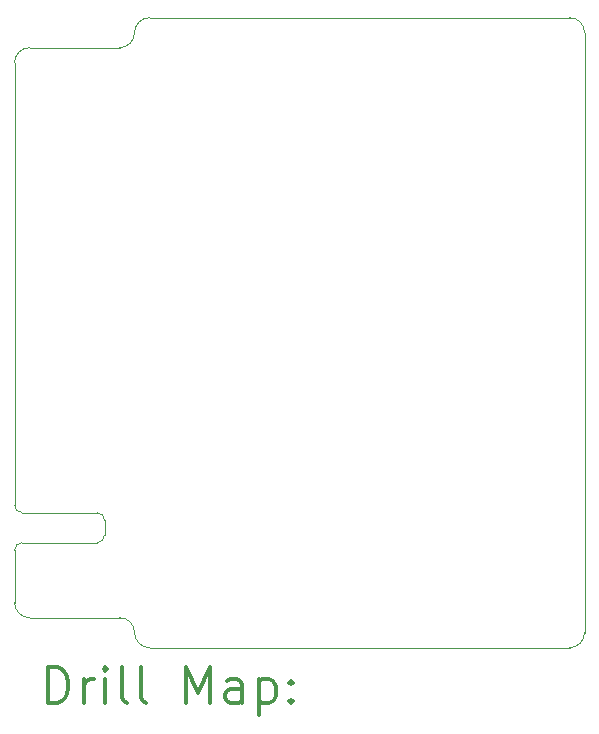
<source format=gbr>
%FSLAX45Y45*%
G04 Gerber Fmt 4.5, Leading zero omitted, Abs format (unit mm)*
G04 Created by KiCad (PCBNEW (5.1.2-1)-1) date 2023-07-30 19:24:19*
%MOMM*%
%LPD*%
G04 APERTURE LIST*
%ADD10C,0.050000*%
%ADD11C,0.200000*%
%ADD12C,0.300000*%
G04 APERTURE END LIST*
D10*
X2540000Y-6540500D02*
G75*
G02X2603500Y-6477000I63500J0D01*
G01*
X3302000Y-6413500D02*
G75*
G02X3238500Y-6477000I-63500J0D01*
G01*
X3238500Y-6223000D02*
G75*
G02X3302000Y-6286500I0J-63500D01*
G01*
X2603500Y-6223000D02*
G75*
G02X2540000Y-6159500I0J63500D01*
G01*
X3556000Y-2159000D02*
G75*
G02X3429000Y-2286000I-127000J0D01*
G01*
X3556000Y-2159000D02*
G75*
G02X3683000Y-2032000I127000J0D01*
G01*
X7239000Y-2032000D02*
G75*
G02X7366000Y-2159000I0J-127000D01*
G01*
X7366000Y-7239000D02*
G75*
G02X7239000Y-7366000I-127000J0D01*
G01*
X3683000Y-7366000D02*
G75*
G02X3556000Y-7239000I0J127000D01*
G01*
X3429000Y-7112000D02*
G75*
G02X3556000Y-7239000I0J-127000D01*
G01*
X2667000Y-7112000D02*
G75*
G02X2540000Y-6985000I0J127000D01*
G01*
X2540000Y-2413000D02*
G75*
G02X2667000Y-2286000I127000J0D01*
G01*
X2540000Y-6159500D02*
X2540000Y-2413000D01*
X3238500Y-6223000D02*
X2603500Y-6223000D01*
X3302000Y-6413500D02*
X3302000Y-6286500D01*
X2603500Y-6477000D02*
X3238500Y-6477000D01*
X2540000Y-6985000D02*
X2540000Y-6540500D01*
X3429000Y-7112000D02*
X2667000Y-7112000D01*
X7239000Y-7366000D02*
X3683000Y-7366000D01*
X7366000Y-2159000D02*
X7366000Y-7239000D01*
X3683000Y-2032000D02*
X7239000Y-2032000D01*
X2667000Y-2286000D02*
X3429000Y-2286000D01*
D11*
D12*
X2823928Y-7834214D02*
X2823928Y-7534214D01*
X2895357Y-7534214D01*
X2938214Y-7548500D01*
X2966786Y-7577071D01*
X2981071Y-7605643D01*
X2995357Y-7662786D01*
X2995357Y-7705643D01*
X2981071Y-7762786D01*
X2966786Y-7791357D01*
X2938214Y-7819929D01*
X2895357Y-7834214D01*
X2823928Y-7834214D01*
X3123928Y-7834214D02*
X3123928Y-7634214D01*
X3123928Y-7691357D02*
X3138214Y-7662786D01*
X3152500Y-7648500D01*
X3181071Y-7634214D01*
X3209643Y-7634214D01*
X3309643Y-7834214D02*
X3309643Y-7634214D01*
X3309643Y-7534214D02*
X3295357Y-7548500D01*
X3309643Y-7562786D01*
X3323928Y-7548500D01*
X3309643Y-7534214D01*
X3309643Y-7562786D01*
X3495357Y-7834214D02*
X3466786Y-7819929D01*
X3452500Y-7791357D01*
X3452500Y-7534214D01*
X3652500Y-7834214D02*
X3623928Y-7819929D01*
X3609643Y-7791357D01*
X3609643Y-7534214D01*
X3995357Y-7834214D02*
X3995357Y-7534214D01*
X4095357Y-7748500D01*
X4195357Y-7534214D01*
X4195357Y-7834214D01*
X4466786Y-7834214D02*
X4466786Y-7677071D01*
X4452500Y-7648500D01*
X4423928Y-7634214D01*
X4366786Y-7634214D01*
X4338214Y-7648500D01*
X4466786Y-7819929D02*
X4438214Y-7834214D01*
X4366786Y-7834214D01*
X4338214Y-7819929D01*
X4323928Y-7791357D01*
X4323928Y-7762786D01*
X4338214Y-7734214D01*
X4366786Y-7719929D01*
X4438214Y-7719929D01*
X4466786Y-7705643D01*
X4609643Y-7634214D02*
X4609643Y-7934214D01*
X4609643Y-7648500D02*
X4638214Y-7634214D01*
X4695357Y-7634214D01*
X4723928Y-7648500D01*
X4738214Y-7662786D01*
X4752500Y-7691357D01*
X4752500Y-7777071D01*
X4738214Y-7805643D01*
X4723928Y-7819929D01*
X4695357Y-7834214D01*
X4638214Y-7834214D01*
X4609643Y-7819929D01*
X4881071Y-7805643D02*
X4895357Y-7819929D01*
X4881071Y-7834214D01*
X4866786Y-7819929D01*
X4881071Y-7805643D01*
X4881071Y-7834214D01*
X4881071Y-7648500D02*
X4895357Y-7662786D01*
X4881071Y-7677071D01*
X4866786Y-7662786D01*
X4881071Y-7648500D01*
X4881071Y-7677071D01*
M02*

</source>
